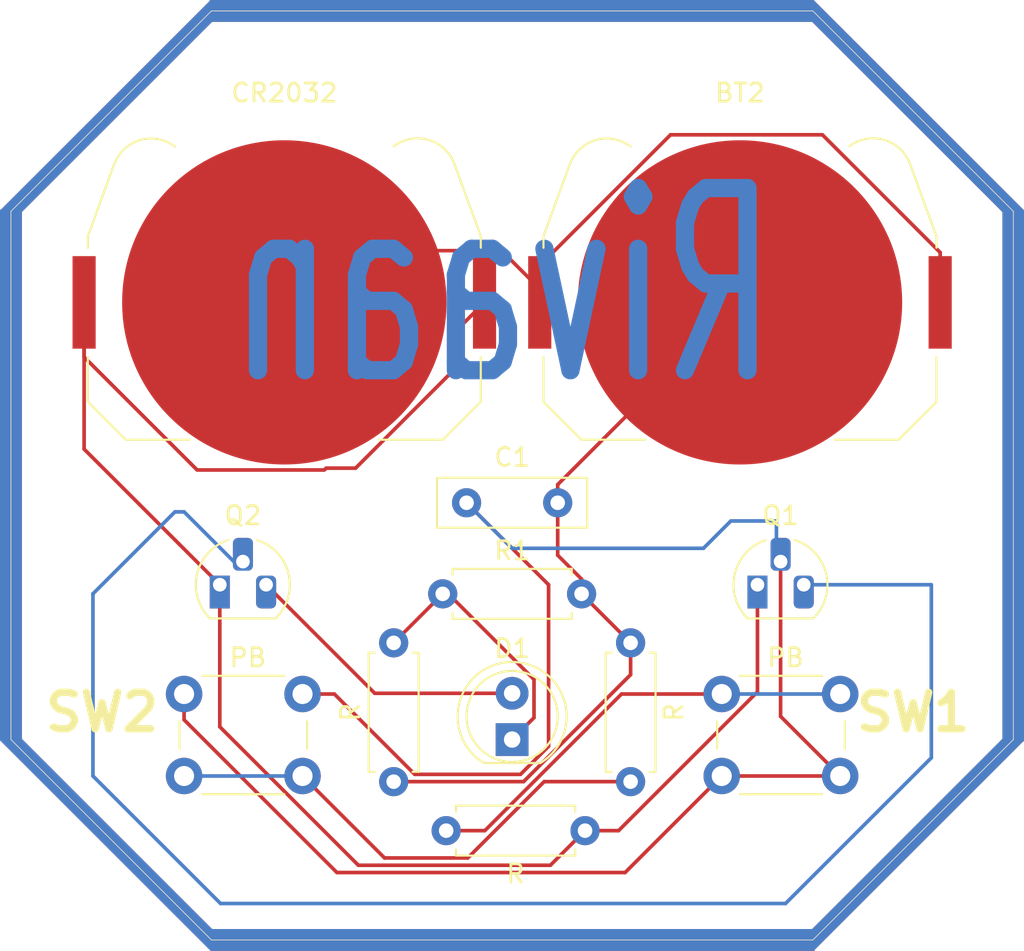
<source format=kicad_pcb>
(kicad_pcb (version 20240108) (generator "pcbnew") (generator_version "8.0")
  (layers (0 "F.Cu" signal) (31 "B.Cu" signal) (34 "B.Paste" user) (35 "F.Paste" user) (36 "B.SilkS" user "B.Silkscreen") (37 "F.SilkS" user "F.Silkscreen") (38 "B.Mask" user) (39 "F.Mask" user) (44 "Edge.Cuts" user))
  (net 0 "")
  (net 1 "Net-(BT1-+)")
  (net 2 "Net-(BT1--)")
  (net 3 "Net-(Q1-B)")
  (net 4 "Net-(D1-K)")
  (net 5 "Net-(D1-A)")
  (net 6 "Net-(Q1-E)")
  (net 7 "Net-(BT2--)")
  (net 8 "Net-(R3-Pad1)")
  (net 9 "Net-(R4-Pad1)")
  (footprint "Button_Switch_THT:SW_PUSH_6mm" (layer "F.Cu") (at 94.5 121.5)
    (property "Reference" "SW2" (at -4.5 1 0) (layer "F.SilkS") (effects (font (size 2 2) (thickness 0.4) (bold yes))))
    (property "Value" "SW_Push")
    (fp_line (start -0.25 1.5) (end -0.25 3) (stroke (width 0.12)) (layer "F.SilkS"))
    (fp_line (start 1 5.5) (end 5.5 5.5) (stroke (width 0.12)) (layer "F.SilkS"))
    (fp_line (start 5.5 -1) (end 1 -1) (stroke (width 0.12)) (layer "F.SilkS"))
    (fp_line (start 6.75 3) (end 6.75 1.5) (stroke (width 0.12)) (layer "F.SilkS"))
    (pad "1" thru_hole circle (at 0 0 90) (size 2 2) (drill 1.1) (layers "*.Cu" "*.Mask") (net 3 "Net-(Q1-B)"))
    (pad "1" thru_hole circle (at 6.5 0 90) (size 2 2) (drill 1.1) (layers "*.Cu" "*.Mask") (net 3 "Net-(Q1-B)"))
    (pad "2" thru_hole circle (at 0 4.5 90) (size 2 2) (drill 1.1) (layers "*.Cu" "*.Mask") (net 9 "Net-(R4-Pad1)"))
    (pad "2" thru_hole circle (at 6.5 4.5 90) (size 2 2) (drill 1.1) (layers "*.Cu" "*.Mask") (net 9 "Net-(R4-Pad1)"))
  )
  (footprint "Resistor_THT:R_Axial_DIN0207_L6.3mm_D2.5mm_P7.62mm_Horizontal" (layer "F.Cu") (at 119 126.31 90)
    (property "Reference" "R4")
    (property "Value" "R" (at 3.81 2.37 90) (layer "F.SilkS"))
    (fp_line (start 7.08 -1.37) (end 7.08 -1.04) (stroke (width 0.12)) (layer "F.SilkS"))
    (fp_line (start 0.54 -1.37) (end 7.08 -1.37) (stroke (width 0.12)) (layer "F.SilkS"))
    (fp_line (start 0.54 -1.04) (end 0.54 -1.37) (stroke (width 0.12)) (layer "F.SilkS"))
    (fp_line (start 0.54 1.04) (end 0.54 1.37) (stroke (width 0.12)) (layer "F.SilkS"))
    (fp_line (start 7.08 1.37) (end 7.08 1.04) (stroke (width 0.12)) (layer "F.SilkS"))
    (fp_line (start 0.54 1.37) (end 7.08 1.37) (stroke (width 0.12)) (layer "F.SilkS"))
    (pad "1" thru_hole circle (at 0 0 90) (size 1.6 1.6) (drill 0.8) (layers "*.Cu" "*.Mask") (net 9 "Net-(R4-Pad1)"))
    (pad "2" thru_hole oval (at 7.62 0 90) (size 1.6 1.6) (drill 0.8) (layers "*.Cu" "*.Mask") (net 7 "Net-(BT2--)"))
  )
  (footprint "Package_TO_SOT_THT:TO-92L_HandSolder" (layer "F.Cu") (at 125.96 115.5)
    (property "Reference" "Q1" (at 1.27 -3.8 0) (layer "F.SilkS"))
    (property "Value" "NPN")
    (fp_line (start -0.53 1.85) (end 3.07 1.85) (stroke (width 0.12)) (layer "F.SilkS"))
    (fp_arc (start -0.541453 1.842156) (mid -1.247298 -0.581475) (end 0.45 -2.45) (stroke (width 0.12)) (layer "F.SilkS"))
    (fp_arc (start 2.05 -2.45) (mid 3.769931 -0.601036) (end 3.078445 1.827684) (stroke (width 0.12)) (layer "F.SilkS"))
    (pad "1" thru_hole rect (at 0 0) (size 1.1 1.8) (drill 0.75 (offset 0 0.4)) (layers "*.Cu" "*.Mask") (net 1 "Net-(BT1-+)"))
    (pad "2" thru_hole roundrect (at 1.27 -1.27) (size 1.1 1.8) (drill 0.75 (offset 0 -0.4)) (layers "*.Cu" "*.Mask") (net 3 "Net-(Q1-B)"))
    (pad "3" thru_hole roundrect (at 2.54 0) (size 1.1 1.8) (drill 0.75 (offset 0 0.4)) (layers "*.Cu" "*.Mask") (net 6 "Net-(Q1-E)"))
  )
  (footprint "Battery:BatteryHolder_Keystone_3034_1x20mm" (layer "F.Cu") (at 125 100 180)
    (property "Reference" "BT2" (at 0 11.5 0) (layer "F.SilkS"))
    (property "Value" "Battery_Cell")
    (fp_line (start 10.78 3.63) (end 9.34 7.58) (stroke (width 0.12)) (layer "F.SilkS"))
    (fp_line (start 10.78 3) (end 10.78 3.63) (stroke (width 0.12)) (layer "F.SilkS"))
    (fp_line (start 10.78 -5.46) (end 10.78 -3) (stroke (width 0.12)) (layer "F.SilkS"))
    (fp_line (start 8.7 -7.54) (end 10.78 -5.46) (stroke (width 0.12)) (layer "F.SilkS"))
    (fp_line (start 8.7 -7.54) (end 5.2 -7.54) (stroke (width 0.12)) (layer "F.SilkS"))
    (fp_line (start -5.2 -7.54) (end -8.7 -7.54) (stroke (width 0.12)) (layer "F.SilkS"))
    (fp_line (start -8.7 -7.54) (end -10.78 -5.46) (stroke (width 0.12)) (layer "F.SilkS"))
    (fp_line (start -10.78 3.63) (end -9.34 7.58) (stroke (width 0.12)) (layer "F.SilkS"))
    (fp_line (start -10.78 3) (end -10.78 3.63) (stroke (width 0.12)) (layer "F.SilkS"))
    (fp_line (start -10.78 -5.46) (end -10.78 -3) (stroke (width 0.12)) (layer "F.SilkS"))
    (fp_arc (start 9.325243 7.588169) (mid 7.90634 8.911668) (end 6 8.55) (stroke (width 0.12)) (layer "F.SilkS"))
    (fp_arc (start -6.003354 8.56653) (mid -7.921654 8.918738) (end -9.34 7.58) (stroke (width 0.12)) (layer "F.SilkS"))
    (pad "1" smd rect (at -10.985 0 180) (size 1.27 5.08) (layers "F.Cu" "F.Paste" "F.Mask") (net 2 "Net-(BT1--)"))
    (pad "1" smd rect (at 10.985 0 180) (size 1.27 5.08) (layers "F.Cu" "F.Paste" "F.Mask") (net 2 "Net-(BT1--)"))
    (pad "2" smd circle (at 0 0 180) (size 17.8 17.8) (layers "F.Cu" "F.Mask") (net 7 "Net-(BT2--)"))
  )
  (footprint "Battery:BatteryHolder_Keystone_3034_1x20mm" (layer "F.Cu") (at 100 100 180)
    (property "Reference" "BT1" (hide yes))
    (property "Value" "Battery_Cell")
    (fp_line (start 10.78 3.63) (end 9.34 7.58) (stroke (width 0.12)) (layer "F.SilkS"))
    (fp_line (start 10.78 3) (end 10.78 3.63) (stroke (width 0.12)) (layer "F.SilkS"))
    (fp_line (start 10.78 -5.46) (end 10.78 -3) (stroke (width 0.12)) (layer "F.SilkS"))
    (fp_line (start 8.7 -7.54) (end 10.78 -5.46) (stroke (width 0.12)) (layer "F.SilkS"))
    (fp_line (start 8.7 -7.54) (end 5.2 -7.54) (stroke (width 0.12)) (layer "F.SilkS"))
    (fp_line (start -5.2 -7.54) (end -8.7 -7.54) (stroke (width 0.12)) (layer "F.SilkS"))
    (fp_line (start -8.7 -7.54) (end -10.78 -5.46) (stroke (width 0.12)) (layer "F.SilkS"))
    (fp_line (start -10.78 3.63) (end -9.34 7.58) (stroke (width 0.12)) (layer "F.SilkS"))
    (fp_line (start -10.78 3) (end -10.78 3.63) (stroke (width 0.12)) (layer "F.SilkS"))
    (fp_line (start -10.78 -5.46) (end -10.78 -3) (stroke (width 0.12)) (layer "F.SilkS"))
    (fp_arc (start 9.325243 7.588169) (mid 7.90634 8.911668) (end 6 8.55) (stroke (width 0.12)) (layer "F.SilkS"))
    (fp_arc (start -6.003354 8.56653) (mid -7.921654 8.918738) (end -9.34 7.58) (stroke (width 0.12)) (layer "F.SilkS"))
    (pad "1" smd rect (at -10.985 0 180) (size 1.27 5.08) (layers "F.Cu" "F.Paste" "F.Mask") (net 1 "Net-(BT1-+)"))
    (pad "1" smd rect (at 10.985 0 180) (size 1.27 5.08) (layers "F.Cu" "F.Paste" "F.Mask") (net 1 "Net-(BT1-+)"))
    (pad "2" smd circle (at 0 0 180) (size 17.8 17.8) (layers "F.Cu" "F.Mask") (net 2 "Net-(BT1--)"))
  )
  (footprint "LED_THT:LED_D5.0mm" (layer "F.Cu") (at 112.5 124 90)
    (property "Reference" "D1" (at 5 0 180) (layer "F.SilkS"))
    (property "Value" "LED")
    (fp_line (start -1.29 -1.545) (end -1.29 1.545) (stroke (width 0.12)) (layer "F.SilkS"))
    (fp_arc (start -1.29 -1.54483) (mid 2.072002 -2.880433) (end 4.26 0.000462) (stroke (width 0.12)) (layer "F.SilkS"))
    (fp_arc (start 4.26 -0.000462) (mid 2.072002 2.880433) (end -1.29 1.54483) (stroke (width 0.12)) (layer "F.SilkS"))
    (fp_circle (center 1.27 0) (end 3.77 0) (stroke (width 0.12)) (fill none) (layer "F.SilkS"))
    (pad "1" thru_hole rect (at 0 0 90) (size 1.8 1.8) (drill 0.9) (layers "*.Cu" "*.Mask") (net 4 "Net-(D1-K)"))
    (pad "2" thru_hole circle (at 2.54 0 90) (size 1.8 1.8) (drill 0.9) (layers "*.Cu" "*.Mask") (net 5 "Net-(D1-A)"))
  )
  (footprint "Resistor_THT:R_Axial_DIN0207_L6.3mm_D2.5mm_P7.62mm_Horizontal" (layer "F.Cu") (at 108.88 129)
    (property "Reference" "R3")
    (property "Value" "R" (at 3.81 2.37 0) (layer "F.SilkS"))
    (fp_line (start 0.54 -1.37) (end 7.08 -1.37) (stroke (width 0.12)) (layer "F.SilkS"))
    (fp_line (start 0.54 -1.04) (end 0.54 -1.37) (stroke (width 0.12)) (layer "F.SilkS"))
    (fp_line (start 0.54 1.04) (end 0.54 1.37) (stroke (width 0.12)) (layer "F.SilkS"))
    (fp_line (start 0.54 1.37) (end 7.08 1.37) (stroke (width 0.12)) (layer "F.SilkS"))
    (fp_line (start 7.08 -1.37) (end 7.08 -1.04) (stroke (width 0.12)) (layer "F.SilkS"))
    (fp_line (start 7.08 1.37) (end 7.08 1.04) (stroke (width 0.12)) (layer "F.SilkS"))
    (pad "1" thru_hole circle (at 0 0) (size 1.6 1.6) (drill 0.8) (layers "*.Cu" "*.Mask") (net 8 "Net-(R3-Pad1)"))
    (pad "2" thru_hole oval (at 7.62 0) (size 1.6 1.6) (drill 0.8) (layers "*.Cu" "*.Mask") (net 1 "Net-(BT1-+)"))
  )
  (footprint "Resistor_THT:R_Axial_DIN0207_L6.3mm_D2.5mm_P7.62mm_Horizontal" (layer "F.Cu") (at 108.69 116)
    (property "Reference" "R1" (at 3.81 -2.37 0) (layer "F.SilkS"))
    (property "Value" "R")
    (fp_line (start 0.54 -1.37) (end 7.08 -1.37) (stroke (width 0.12)) (layer "F.SilkS"))
    (fp_line (start 0.54 -1.04) (end 0.54 -1.37) (stroke (width 0.12)) (layer "F.SilkS"))
    (fp_line (start 0.54 1.04) (end 0.54 1.37) (stroke (width 0.12)) (layer "F.SilkS"))
    (fp_line (start 0.54 1.37) (end 7.08 1.37) (stroke (width 0.12)) (layer "F.SilkS"))
    (fp_line (start 7.08 -1.37) (end 7.08 -1.04) (stroke (width 0.12)) (layer "F.SilkS"))
    (fp_line (start 7.08 1.37) (end 7.08 1.04) (stroke (width 0.12)) (layer "F.SilkS"))
    (pad "1" thru_hole circle (at 0 0) (size 1.6 1.6) (drill 0.8) (layers "*.Cu" "*.Mask") (net 4 "Net-(D1-K)"))
    (pad "2" thru_hole oval (at 7.62 0) (size 1.6 1.6) (drill 0.8) (layers "*.Cu" "*.Mask") (net 7 "Net-(BT2--)"))
  )
  (footprint "Button_Switch_THT:SW_PUSH_6mm" (layer "F.Cu") (at 124 121.5)
    (property "Reference" "SW1" (at 10.5 1 0) (layer "F.SilkS") (effects (font (size 2 2) (thickness 0.4) (bold yes))))
    (property "Value" "SW_Push")
    (fp_line (start -0.25 1.5) (end -0.25 3) (stroke (width 0.12)) (layer "F.SilkS"))
    (fp_line (start 1 5.5) (end 5.5 5.5) (stroke (width 0.12)) (layer "F.SilkS"))
    (fp_line (start 5.5 -1) (end 1 -1) (stroke (width 0.12)) (layer "F.SilkS"))
    (fp_line (start 6.75 3) (end 6.75 1.5) (stroke (width 0.12)) (layer "F.SilkS"))
    (pad "1" thru_hole circle (at 0 0 90) (size 2 2) (drill 1.1) (layers "*.Cu" "*.Mask") (net 8 "Net-(R3-Pad1)"))
    (pad "1" thru_hole circle (at 6.5 0 90) (size 2 2) (drill 1.1) (layers "*.Cu" "*.Mask") (net 8 "Net-(R3-Pad1)"))
    (pad "2" thru_hole circle (at 0 4.5 90) (size 2 2) (drill 1.1) (layers "*.Cu" "*.Mask") (net 3 "Net-(Q1-B)"))
    (pad "2" thru_hole circle (at 6.5 4.5 90) (size 2 2) (drill 1.1) (layers "*.Cu" "*.Mask") (net 3 "Net-(Q1-B)"))
  )
  (footprint "Package_TO_SOT_THT:TO-92L_HandSolder" (layer "F.Cu") (at 96.46 115.5)
    (property "Reference" "Q2" (at 1.27 -3.8 0) (layer "F.SilkS"))
    (property "Value" "NPN")
    (fp_line (start -0.53 1.85) (end 3.07 1.85) (stroke (width 0.12)) (layer "F.SilkS"))
    (fp_arc (start -0.541453 1.842156) (mid -1.247298 -0.581475) (end 0.45 -2.45) (stroke (width 0.12)) (layer "F.SilkS"))
    (fp_arc (start 2.05 -2.45) (mid 3.769931 -0.601036) (end 3.078445 1.827684) (stroke (width 0.12)) (layer "F.SilkS"))
    (pad "1" thru_hole rect (at 0 0) (size 1.1 1.8) (drill 0.75 (offset 0 0.4)) (layers "*.Cu" "*.Mask") (net 1 "Net-(BT1-+)"))
    (pad "2" thru_hole roundrect (at 1.27 -1.27) (size 1.1 1.8) (drill 0.75 (offset 0 -0.4)) (layers "*.Cu" "*.Mask") (net 6 "Net-(Q1-E)"))
    (pad "3" thru_hole roundrect (at 2.54 0) (size 1.1 1.8) (drill 0.75 (offset 0 0.4)) (layers "*.Cu" "*.Mask") (net 5 "Net-(D1-A)"))
  )
  (footprint "Capacitor_THT:C_Disc_D8.0mm_W2.5mm_P5.00mm" (layer "F.Cu") (at 110 111)
    (property "Reference" "C1" (at 2.5 -2.5 0) (layer "F.SilkS"))
    (property "Value" "C")
    (fp_line (start -1.62 -1.37) (end -1.62 1.37) (stroke (width 0.12)) (layer "F.SilkS"))
    (fp_line (start -1.62 -1.37) (end 6.62 -1.37) (stroke (width 0.12)) (layer "F.SilkS"))
    (fp_line (start -1.62 1.37) (end 6.62 1.37) (stroke (width 0.12)) (layer "F.SilkS"))
    (fp_line (start 6.62 -1.37) (end 6.62 1.37) (stroke (width 0.12)) (layer "F.SilkS"))
    (pad "1" thru_hole circle (at 0 0) (size 1.6 1.6) (drill 0.8) (layers "*.Cu" "*.Mask") (net 3 "Net-(Q1-B)"))
    (pad "2" thru_hole circle (at 5 0) (size 1.6 1.6) (drill 0.8) (layers "*.Cu" "*.Mask") (net 7 "Net-(BT2--)"))
  )
  (footprint "Resistor_THT:R_Axial_DIN0207_L6.3mm_D2.5mm_P7.62mm_Horizontal" (layer "F.Cu") (at 106 118.69 -90)
    (property "Reference" "R2")
    (property "Value" "R" (at 3.81 2.37 90) (layer "F.SilkS"))
    (fp_line (start 0.54 1.37) (end 7.08 1.37) (stroke (width 0.12)) (layer "F.SilkS"))
    (fp_line (start 7.08 1.37) (end 7.08 1.04) (stroke (width 0.12)) (layer "F.SilkS"))
    (fp_line (start 0.54 1.04) (end 0.54 1.37) (stroke (width 0.12)) (layer "F.SilkS"))
    (fp_line (start 0.54 -1.04) (end 0.54 -1.37) (stroke (width 0.12)) (layer "F.SilkS"))
    (fp_line (start 0.54 -1.37) (end 7.08 -1.37) (stroke (width 0.12)) (layer "F.SilkS"))
    (fp_line (start 7.08 -1.37) (end 7.08 -1.04) (stroke (width 0.12)) (layer "F.SilkS"))
    (pad "1" thru_hole circle (at 0 0 270) (size 1.6 1.6) (drill 0.8) (layers "*.Cu" "*.Mask") (net 4 "Net-(D1-K)"))
    (pad "2" thru_hole oval (at 7.62 0 270) (size 1.6 1.6) (drill 0.8) (layers "*.Cu" "*.Mask") (net 7 "Net-(BT2--)"))
  )
  (gr_poly (pts (xy 96 135.5) (xy 96 134.5) (xy 129 134.5) (xy 129 135.5)) (stroke (width 0.2)) (fill solid) (layer "F.Cu"))
  (gr_poly (pts (xy 140.5 95) (xy 139.5 95) (xy 139.5 124) (xy 140.5 124)) (stroke (width 0.2)) (fill solid) (layer "F.Cu"))
  (gr_poly (pts (xy 84.5 95) (xy 85.5 95) (xy 85.5 124) (xy 84.5 124)) (stroke (width 0.2)) (fill solid) (layer "F.Cu"))
  (gr_poly (pts (xy 85.5 124) (xy 96 134.5) (xy 96 135.5) (xy 84.5 124)) (stroke (width 0.2)) (fill solid) (layer "F.Cu"))
  (gr_poly (pts (xy 96 83.5) (xy 84.5 95) (xy 85.5 95) (xy 96 84.5)) (stroke (width 0.2)) (fill solid) (layer "F.Cu"))
  (gr_poly (pts (xy 96 84.5) (xy 129 84.5) (xy 129 83.5) (xy 96 83.5)) (stroke (width 0.2)) (fill solid) (layer "F.Cu"))
  (gr_poly (pts (xy 129 135.5) (xy 140.5 124) (xy 139.5 124) (xy 129 134.5)) (stroke (width 0.2)) (fill solid) (layer "F.Cu"))
  (gr_poly (pts (xy 129 84.5) (xy 139.5 95) (xy 140.5 95) (xy 129 83.5)) (stroke (width 0.2)) (fill solid) (layer "F.Cu"))
  (gr_rect (start 96 134.5) (end 129 135.5) (stroke (width 0.2)) (fill solid) (layer "B.Cu"))
  (gr_poly (pts (xy 96 135.5) (xy 84.5 124) (xy 85.5 124) (xy 96 134.5)) (stroke (width 0.2)) (fill solid) (layer "B.Cu"))
  (gr_rect (start 84.5 95) (end 85.5 124) (stroke (width 0.2)) (fill solid) (layer "B.Cu"))
  (gr_rect (start 139.5 95) (end 140.5 124) (stroke (width 0.2)) (fill solid) (layer "B.Cu"))
  (gr_rect (start 96 83.5) (end 129 84.5) (stroke (width 0.2)) (fill solid) (layer "B.Cu"))
  (gr_poly (pts (xy 139.5 124) (xy 129 134.5) (xy 129 135.5) (xy 140.5 124)) (stroke (width 0.2)) (fill solid) (layer "B.Cu"))
  (gr_poly (pts (xy 96 84.5) (xy 85.5 95) (xy 84.5 95) (xy 96 83.5)) (stroke (width 0.2)) (fill solid) (layer "B.Cu"))
  (gr_poly (pts (xy 129 83.5) (xy 140.5 95) (xy 139.5 95) (xy 129 84.5)) (stroke (width 0.2)) (fill solid) (layer "B.Cu"))
  (gr_line (start 85 95) (end 96 84) (stroke (width 0.05)) (layer "Edge.Cuts"))
  (gr_line (start 140 95) (end 129 84) (stroke (width 0.05)) (layer "Edge.Cuts"))
  (gr_line (start 140 124) (end 129 135) (stroke (width 0.05)) (layer "Edge.Cuts"))
  (gr_line (start 129 135) (end 96 135) (stroke (width 0.05)) (layer "Edge.Cuts"))
  (gr_line (start 85 124) (end 85 95) (stroke (width 0.05)) (layer "Edge.Cuts"))
  (gr_line (start 140 95) (end 140 124) (stroke (width 0.05)) (layer "Edge.Cuts"))
  (gr_line (start 85 124) (end 96 135) (stroke (width 0.05)) (layer "Edge.Cuts"))
  (gr_line (start 96 84) (end 129 84) (stroke (width 0.05)) (layer "Edge.Cuts"))
  (gr_text "Rivaan" (at 127.5 105 -0) (layer "B.Cu") (effects (font (size 10 6) (thickness 1) (bold yes)) (justify left bottom mirror)))
  (gr_text "CR2032" (at 100 88.5 0) (layer "F.SilkS") (effects (font (size 1 1))))
  (gr_text "PB" (at 98 119.5 0) (layer "F.SilkS") (effects (font (size 1 1))))
  (gr_text "PB" (at 127.5 119.5 0) (layer "F.SilkS") (effects (font (size 1 1))))
  (segment (start 116.5 129) (end 118.338478 129) (width 0.2) (layer "F.Cu") (net 1))
  (segment (start 118.338478 129) (end 125.96 121.378478) (width 0.2) (layer "F.Cu") (net 1))
  (segment (start 102.194315 109.2) (end 95.215 109.2) (width 0.2) (layer "F.Cu") (net 1))
  (segment (start 89.015 100) (end 89.015 108.055) (width 0.2) (layer "F.Cu") (net 1))
  (segment (start 96.46 115.5) (end 96.46 123.298478) (width 0.2) (layer "F.Cu") (net 1))
  (segment (start 110.985 100) (end 109.2 101.785) (width 0.2) (layer "F.Cu") (net 1))
  (segment (start 103.910765 109.1) (end 102.294315 109.1) (width 0.2) (layer "F.Cu") (net 1))
  (segment (start 95.215 109.2) (end 89.015 103) (width 0.2) (layer "F.Cu") (net 1))
  (segment (start 109.2 101.785) (end 109.2 103.810765) (width 0.2) (layer "F.Cu") (net 1))
  (segment (start 109.2 103.810765) (end 103.910765 109.1) (width 0.2) (layer "F.Cu") (net 1))
  (segment (start 89.015 103) (end 89.015 100) (width 0.2) (layer "F.Cu") (net 1))
  (segment (start 104.061522 130.9) (end 114.6 130.9) (width 0.2) (layer "F.Cu") (net 1))
  (segment (start 102.294315 109.1) (end 102.194315 109.2) (width 0.2) (layer "F.Cu") (net 1))
  (segment (start 96.46 123.298478) (end 104.061522 130.9) (width 0.2) (layer "F.Cu") (net 1))
  (segment (start 125.96 121.378478) (end 125.96 115.5) (width 0.2) (layer "F.Cu") (net 1))
  (segment (start 89.015 108.055) (end 96.46 115.5) (width 0.2) (layer "F.Cu") (net 1))
  (segment (start 114.6 130.9) (end 116.5 129) (width 0.2) (layer "F.Cu") (net 1))
  (segment (start 129.525 90.8) (end 121.189235 90.8) (width 0.2) (layer "F.Cu") (net 2))
  (segment (start 111.92 97.16) (end 102.84 97.16) (width 0.2) (layer "F.Cu") (net 2))
  (segment (start 114.015 100) (end 114.015 99.255) (width 0.2) (layer "F.Cu") (net 2))
  (segment (start 121.189235 90.8) (end 114.015 97.974235) (width 0.2) (layer "F.Cu") (net 2))
  (segment (start 135.985 97.26) (end 129.525 90.8) (width 0.2) (layer "F.Cu") (net 2))
  (segment (start 135.985 100) (end 135.985 97.26) (width 0.2) (layer "F.Cu") (net 2))
  (segment (start 114.015 97.974235) (end 114.015 100) (width 0.2) (layer "F.Cu") (net 2))
  (segment (start 102.84 97.16) (end 100 100) (width 0.2) (layer "F.Cu") (net 2))
  (segment (start 114.015 99.255) (end 111.92 97.16) (width 0.2) (layer "F.Cu") (net 2))
  (segment (start 118.7 131.3) (end 102.885787 131.3) (width 0.2) (layer "F.Cu") (net 3))
  (segment (start 112.959949 125.91) (end 114.5 124.369949) (width 0.2) (layer "F.Cu") (net 3))
  (segment (start 102.885787 131.3) (end 94.5 122.914213) (width 0.2) (layer "F.Cu") (net 3))
  (segment (start 101 121.5) (end 102.745635 121.5) (width 0.2) (layer "F.Cu") (net 3))
  (segment (start 114.5 115.5) (end 110 111) (width 0.2) (layer "F.Cu") (net 3))
  (segment (start 127.23 122.73) (end 127.23 114.23) (width 0.2) (layer "F.Cu") (net 3))
  (segment (start 107.155635 125.91) (end 112.959949 125.91) (width 0.2) (layer "F.Cu") (net 3))
  (segment (start 130.5 126) (end 127.23 122.73) (width 0.2) (layer "F.Cu") (net 3))
  (segment (start 124 126) (end 118.7 131.3) (width 0.2) (layer "F.Cu") (net 3))
  (segment (start 94.5 122.914213) (end 94.5 121.5) (width 0.2) (layer "F.Cu") (net 3))
  (segment (start 124 126) (end 130.5 126) (width 0.2) (layer "F.Cu") (net 3))
  (segment (start 102.745635 121.5) (end 107.155635 125.91) (width 0.2) (layer "F.Cu") (net 3))
  (segment (start 114.5 124.369949) (end 114.5 115.5) (width 0.2) (layer "F.Cu") (net 3))
  (segment (start 127 114) (end 127 112) (width 0.2) (layer "B.Cu") (net 3))
  (segment (start 124.5 112) (end 123 113.5) (width 0.2) (layer "B.Cu") (net 3))
  (segment (start 123 113.5) (end 112.5 113.5) (width 0.2) (layer "B.Cu") (net 3))
  (segment (start 127.23 114.23) (end 127 114) (width 0.2) (layer "B.Cu") (net 3))
  (segment (start 112.5 113.5) (end 110 111) (width 0.2) (layer "B.Cu") (net 3))
  (segment (start 127 112) (end 124.5 112) (width 0.2) (layer "B.Cu") (net 3))
  (segment (start 113.7 120.7) (end 109 116) (width 0.2) (layer "F.Cu") (net 4))
  (segment (start 113.7 122.8) (end 113.7 120.7) (width 0.2) (layer "F.Cu") (net 4))
  (segment (start 112.5 124) (end 113.7 122.8) (width 0.2) (layer "F.Cu") (net 4))
  (segment (start 108.69 116) (end 106 118.69) (width 0.2) (layer "F.Cu") (net 4))
  (segment (start 109 116) (end 108.69 116) (width 0.2) (layer "F.Cu") (net 4))
  (segment (start 112.5 121.46) (end 104.96 121.46) (width 0.2) (layer "F.Cu") (net 5))
  (segment (start 104.96 121.46) (end 99 115.5) (width 0.2) (layer "F.Cu") (net 5))
  (segment (start 89.5 116) (end 94 111.5) (width 0.2) (layer "B.Cu") (net 6))
  (segment (start 94.5 111.5) (end 97.23 114.23) (width 0.2) (layer "B.Cu") (net 6))
  (segment (start 97.23 114.23) (end 97.73 114.23) (width 0.2) (layer "B.Cu") (net 6))
  (segment (start 94 111.5) (end 94.5 111.5) (width 0.2) (layer "B.Cu") (net 6))
  (segment (start 89.5 126) (end 89.5 116) (width 0.2) (layer "B.Cu") (net 6))
  (segment (start 135.5 125) (end 127.5 133) (width 0.2) (layer "B.Cu") (net 6))
  (segment (start 96.5 133) (end 89.5 126) (width 0.2) (layer "B.Cu") (net 6))
  (segment (start 128.5 115.5) (end 135.5 115.5) (width 0.2) (layer "B.Cu") (net 6))
  (segment (start 127.5 133) (end 96.5 133) (width 0.2) (layer "B.Cu") (net 6))
  (segment (start 135.5 115.5) (end 135.5 125) (width 0.2) (layer "B.Cu") (net 6))
  (segment (start 113.125635 126.31) (end 106 126.31) (width 0.2) (layer "F.Cu") (net 7))
  (segment (start 125 100) (end 115 110) (width 0.2) (layer "F.Cu") (net 7))
  (segment (start 116.31 115.19) (end 115 113.88) (width 0.2) (layer "F.Cu") (net 7))
  (segment (start 116.31 116) (end 119 118.69) (width 0.2) (layer "F.Cu") (net 7))
  (segment (start 115 113.88) (end 115 111) (width 0.2) (layer "F.Cu") (net 7))
  (segment (start 119 120.435635) (end 113.125635 126.31) (width 0.2) (layer "F.Cu") (net 7))
  (segment (start 116.31 116) (end 116.31 115.19) (width 0.2) (layer "F.Cu") (net 7))
  (segment (start 115 110) (end 115 111) (width 0.2) (layer "F.Cu") (net 7))
  (segment (start 119 118.69) (end 119 120.435635) (width 0.2) (layer "F.Cu") (net 7))
  (segment (start 124 121.5) (end 118.501321 121.5) (width 0.2) (layer "F.Cu") (net 8))
  (segment (start 118.501321 121.5) (end 111.001321 129) (width 0.2) (layer "F.Cu") (net 8))
  (segment (start 111.001321 129) (end 108.88 129) (width 0.2) (layer "F.Cu") (net 8))
  (segment (start 124 121.5) (end 130.5 121.5) (width 0.2) (layer "B.Cu") (net 8))
  (segment (start 110.067007 130.5) (end 105.5 130.5) (width 0.2) (layer "F.Cu") (net 9))
  (segment (start 114.257007 126.31) (end 110.067007 130.5) (width 0.2) (layer "F.Cu") (net 9))
  (segment (start 105.5 130.5) (end 101 126) (width 0.2) (layer "F.Cu") (net 9))
  (segment (start 119 126.31) (end 114.257007 126.31) (width 0.2) (layer "F.Cu") (net 9))
  (segment (start 94.5 126) (end 101 126) (width 0.2) (layer "B.Cu") (net 9))
)
</source>
